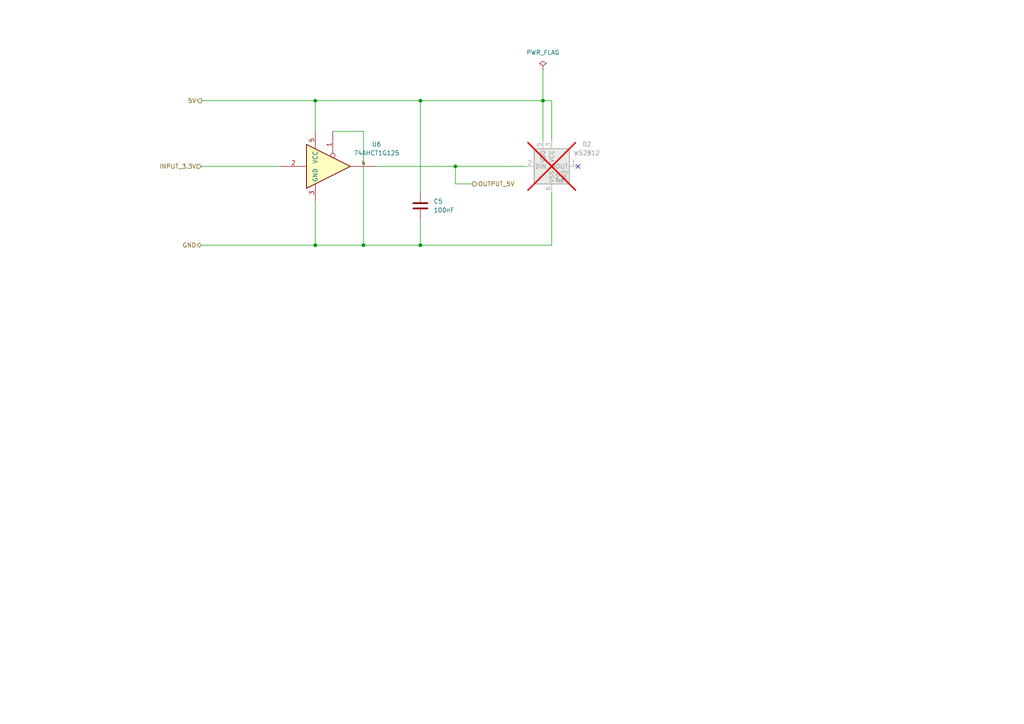
<source format=kicad_sch>
(kicad_sch (version 20250114) (generator "eeschema") (generator_version "9.0")
  (paper "A4")
  (lib_symbols
    (symbol "74xGxx:74AHCT1G125"
      (property "Reference" "U" (at -2.54 3.81 0))
      (property "Value" "74AHCT1G125" (at 0 -3.81 0))
      (symbol "74AHCT1G125_0_1"
        (polyline (pts (xy -7.62 6.35) (xy -7.62 -6.35) (xy 5.08 0) (xy -7.62 6.35)) (stroke (width 0.254)) (fill (type background)))
      )
      (symbol "74AHCT1G125_1_1"
        (pin input line (at -15.24 0 0) (length 7.62) (name "~") (number "2"))
        (pin power_in line (at -5.08 10.16 270) (length 5.08) (name "VCC") (number "5"))
        (pin power_in line (at -5.08 -10.16 90) (length 5.08) (name "GND") (number "3"))
        (pin input inverted (at 0 10.16 270) (length 7.62) (name "~") (number "1"))
        (pin tri_state line (at 12.7 0 180) (length 7.62) (name "~") (number "4"))
      )
    )
    (symbol "Device:C" (pin_numbers (hide yes)) (pin_names (offset 0.254))
      (property "Reference" "C" (at 0.635 2.54 0))
      (property "Value" "C" (at 0.635 -2.54 0))
      (symbol "C_0_1"
        (polyline (pts (xy -2.032 0.762) (xy 2.032 0.762)) (stroke (width 0.508)))
        (polyline (pts (xy -2.032 -0.762) (xy 2.032 -0.762)) (stroke (width 0.508)))
      )
      (symbol "C_1_1"
        (pin passive line (at 0 3.81 270) (length 2.794) (name "~") (number "1"))
        (pin passive line (at 0 -3.81 90) (length 2.794) (name "~") (number "2"))
      )
    )
    (symbol "LED:WS2812" (pin_names (offset 0.254))
      (property "Reference" "D" (at 5.08 5.715 0))
      (property "Value" "WS2812" (at 1.27 -5.715 0))
      (symbol "WS2812_0_0"
        (text "RGB" (at 2.286 -4.191 0) (effects (font (size 0.762 0.762))))
      )
      (symbol "WS2812_0_1"
        (polyline (pts (xy 1.27 -2.54) (xy 1.778 -2.54)))
        (polyline (pts (xy 1.27 -3.556) (xy 1.778 -3.556)))
        (polyline (pts (xy 2.286 -1.524) (xy 1.27 -2.54) (xy 1.27 -2.032)))
        (polyline (pts (xy 2.286 -2.54) (xy 1.27 -3.556) (xy 1.27 -3.048)))
        (polyline (pts (xy 3.683 -1.016) (xy 3.683 -3.556) (xy 3.683 -4.064)))
        (polyline (pts (xy 4.699 -1.524) (xy 2.667 -1.524) (xy 3.683 -3.556) (xy 4.699 -1.524)))
        (polyline (pts (xy 4.699 -3.556) (xy 2.667 -3.556)))
        (rectangle (start 5.08 5.08) (end -5.08 -5.08) (stroke (width 0.254)) (fill (type background)))
      )
      (symbol "WS2812_1_1"
        (pin input line (at -7.62 0 0) (length 2.54) (name "DIN") (number "2"))
        (pin power_in line (at -2.54 7.62 270) (length 2.54) (name "VDD") (number "5"))
        (pin power_in line (at 0 7.62 270) (length 2.54) (name "VCC") (number "3"))
        (pin power_in line (at 0 -7.62 90) (length 2.54) (name "VSS") (number "6"))
        (pin no_connect line (at 5.08 2.54 180) (length 2.54) (hide yes) (name "NC") (number "4"))
        (pin output line (at 7.62 0 180) (length 2.54) (name "DOUT") (number "1"))
      )
    )
    (symbol "power:PWR_FLAG" (power) (pin_numbers (hide yes)) (pin_names (offset 0) (hide yes))
      (property "Value" "PWR_FLAG" (at 0 3.81 0))
      (symbol "PWR_FLAG_0_0"
        (pin power_out line (at 0 0 90) (length 0) (name "~") (number "1"))
      )
      (symbol "PWR_FLAG_0_1"
        (polyline (pts (xy 0 0) (xy 0 1.27) (xy -1.016 1.905) (xy 0 2.54) (xy 1.016 1.905) (xy 0 1.27)))
      )
    )
  )
  (junction (at 91.44 29.21))
  (junction (at 157.48 29.21))
  (junction (at 91.44 71.12))
  (junction (at 121.92 29.21))
  (junction (at 121.92 71.12))
  (junction (at 132.08 48.26))
  (junction (at 105.41 71.12))
  (no_connect (at 167.64 48.26))
  (wire (pts (xy 58.42 29.21) (xy 91.44 29.21)))
  (wire (pts (xy 91.44 29.21) (xy 91.44 38.1)))
  (wire (pts (xy 91.44 71.12) (xy 105.41 71.12)))
  (wire (pts (xy 96.52 38.1) (xy 105.41 38.1)))
  (wire (pts (xy 132.08 53.34) (xy 132.08 48.26)))
  (wire (pts (xy 58.42 48.26) (xy 81.28 48.26)))
  (wire (pts (xy 132.08 48.26) (xy 152.4 48.26)))
  (wire (pts (xy 121.92 71.12) (xy 160.02 71.12)))
  (wire (pts (xy 157.48 29.21) (xy 121.92 29.21)))
  (wire (pts (xy 91.44 71.12) (xy 91.44 58.42)))
  (wire (pts (xy 121.92 29.21) (xy 121.92 55.88)))
  (wire (pts (xy 157.48 20.32) (xy 157.48 29.21)))
  (wire (pts (xy 160.02 71.12) (xy 160.02 55.88)))
  (wire (pts (xy 160.02 29.21) (xy 157.48 29.21)))
  (wire (pts (xy 160.02 29.21) (xy 160.02 40.64)))
  (wire (pts (xy 109.22 48.26) (xy 132.08 48.26)))
  (wire (pts (xy 91.44 29.21) (xy 121.92 29.21)))
  (wire (pts (xy 58.42 71.12) (xy 91.44 71.12)))
  (wire (pts (xy 157.48 40.64) (xy 157.48 29.21)))
  (wire (pts (xy 105.41 71.12) (xy 121.92 71.12)))
  (wire (pts (xy 121.92 63.5) (xy 121.92 71.12)))
  (wire (pts (xy 105.41 38.1) (xy 105.41 71.12)))
  (wire (pts (xy 137.16 53.34) (xy 132.08 53.34)))
  (hierarchical_label "GND" (shape bidirectional) (at 58.42 71.12 180))
  (hierarchical_label "INPUT_3.3V" (shape input) (at 58.42 48.26 180))
  (hierarchical_label "5V" (shape output) (at 58.42 29.21 180))
  (hierarchical_label "OUTPUT_5V" (shape output) (at 137.16 53.34 0))
  (symbol (lib_id "LED:WS2812") (at 160.02 48.26 0) (unit 1) (dnp yes)
    (property "Reference" "D2" (at 170.18 41.8398 0))
    (property "Value" "WS2812" (at 170.18 44.3798 0))
    (property "Footprint" "LED_SMD:LED_WS2812_PLCC6_5.0x5.0mm_P1.6mm" (effects (hide yes)))
    (property "Datasheet" "https://cdn-shop.adafruit.com/datasheets/WS2812.pdf" (effects (hide yes)))
    (property "Description" "RGB LED with integrated controller" (effects (hide yes)))
  )
  (symbol (lib_id "Device:C") (at 121.92 59.69 0) (unit 1)
    (property "Reference" "C5" (at 125.73 58.4199 0) (effects (justify left)))
    (property "Value" "100nF" (at 125.73 60.9599 0) (effects (justify left)))
    (property "Description" "Unpolarized capacitor" (effects (hide yes)))
  )
  (symbol (lib_id "power:PWR_FLAG") (at 157.48 20.32 0) (unit 1)
    (property "Reference" "#FLG01" (effects (hide yes)))
    (property "Value" "PWR_FLAG" (at 157.48 15.24 0))
    (property "Description" "Special symbol for telling ERC where power comes from" (effects (hide yes)))
  )
  (symbol (lib_id "74xGxx:74AHCT1G125") (at 96.52 48.26 0) (unit 1)
    (property "Reference" "U6" (at 109.22 41.8398 0))
    (property "Value" "74AHCT1G125" (at 109.22 44.3798 0))
    (property "Datasheet" "http://www.ti.com/lit/sg/scyt129e/scyt129e.pdf" (effects (hide yes)))
    (property "Description" "Single Buffer Gate Tri-State, Low-Voltage CMOS" (effects (hide yes)))
  )
)
</source>
